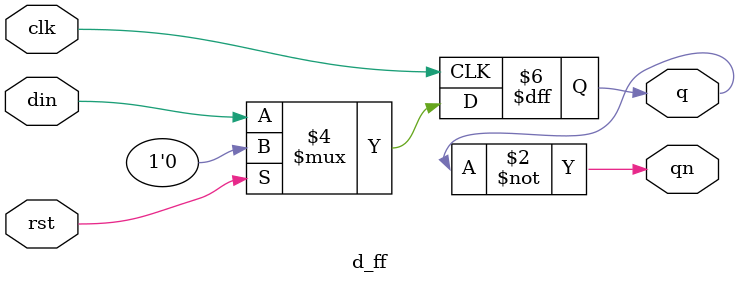
<source format=v>
module d_ff (
    input wire din,
    input wire clk,
    input wire rst,
    output reg q,
    output wire qn
);

always @(posedge clk) begin
    if (rst)
        q <= 1'b0;
    else
        q <= din;
end

assign qn = ~q;

endmodule

</source>
